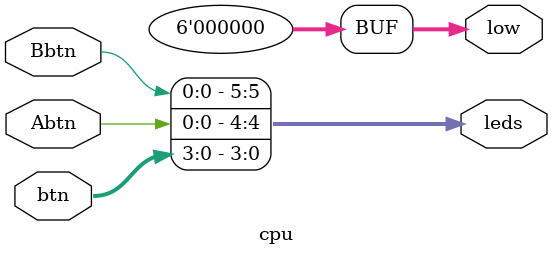
<source format=v>
module cpu(input [3:0]btn,output [5:0]leds,low,input Abtn,Bbtn);
    assign low=0;
    assign leds[0]=btn[0];
    assign leds[1]=btn[1];   
    assign leds[2]=btn[2];
    assign leds[3]=btn[3];
    assign leds[4]=Abtn;
    assign leds[5]=Bbtn;
endmodule


</source>
